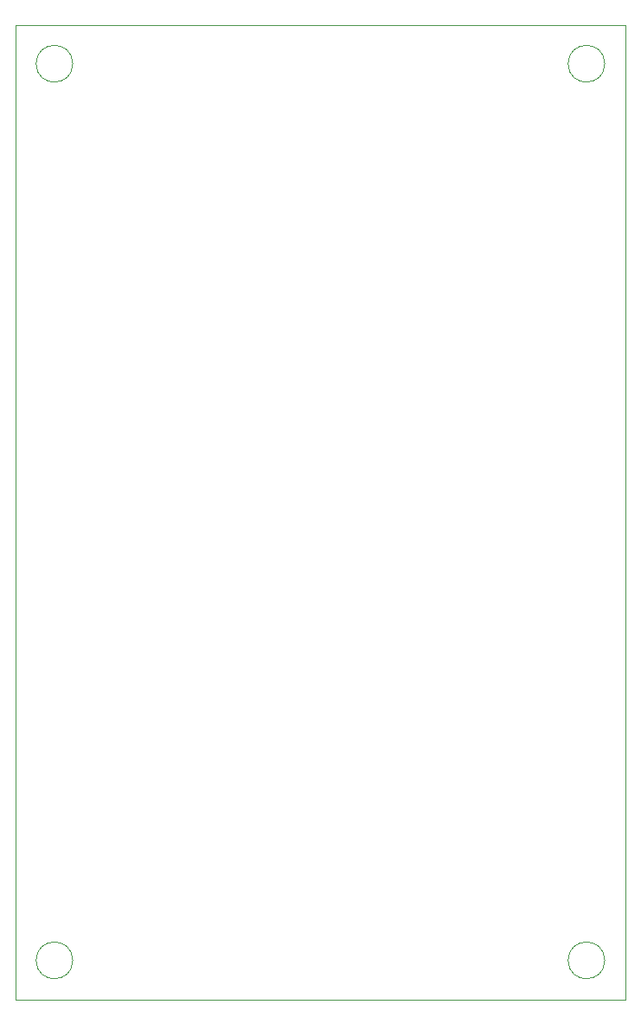
<source format=gbr>
G04 #@! TF.GenerationSoftware,KiCad,Pcbnew,(5.1.0)-1*
G04 #@! TF.CreationDate,2020-01-14T09:56:01+09:00*
G04 #@! TF.ProjectId,motorDriver_pcb,6d6f746f-7244-4726-9976-65725f706362,rev?*
G04 #@! TF.SameCoordinates,Original*
G04 #@! TF.FileFunction,Profile,NP*
%FSLAX46Y46*%
G04 Gerber Fmt 4.6, Leading zero omitted, Abs format (unit mm)*
G04 Created by KiCad (PCBNEW (5.1.0)-1) date 2020-01-14 09:56:01*
%MOMM*%
%LPD*%
G04 APERTURE LIST*
%ADD10C,0.050000*%
G04 APERTURE END LIST*
D10*
X64026051Y-134620000D02*
G75*
G03X64026051Y-134620000I-1796051J0D01*
G01*
X116096051Y-134620000D02*
G75*
G03X116096051Y-134620000I-1796051J0D01*
G01*
X64026051Y-46990000D02*
G75*
G03X64026051Y-46990000I-1796051J0D01*
G01*
X116096051Y-46990000D02*
G75*
G03X116096051Y-46990000I-1796051J0D01*
G01*
X58420000Y-43180000D02*
X58420000Y-49530000D01*
X118110000Y-43180000D02*
X58420000Y-43180000D01*
X118110000Y-49530000D02*
X118110000Y-43180000D01*
X58420000Y-138430000D02*
X58420000Y-49530000D01*
X118110000Y-138430000D02*
X58420000Y-138430000D01*
X118110000Y-49530000D02*
X118110000Y-138430000D01*
M02*

</source>
